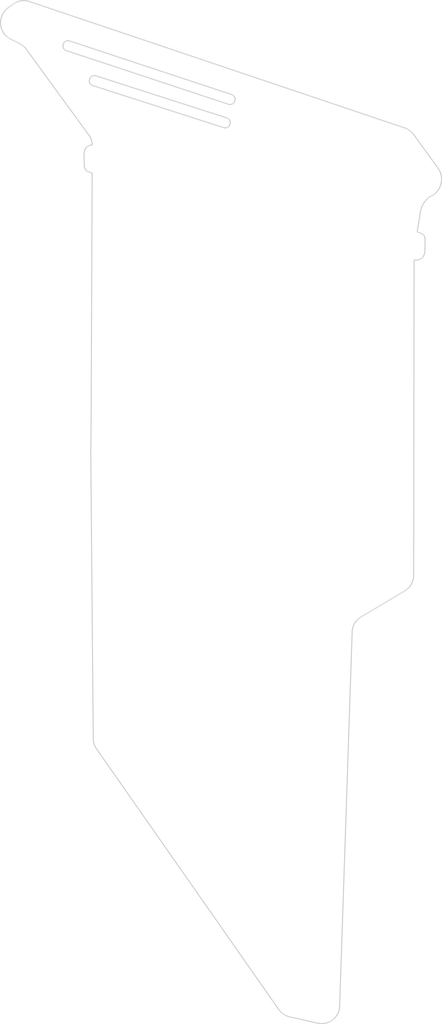
<source format=kicad_pcb>
(kicad_pcb (version 20221018) (generator pcbnew)
  (layers (0 "F.Cu" signal) (31 "B.Cu" signal) (34 "B.Paste" user) (35 "F.Paste" user) (36 "B.SilkS" user "B.Silkscreen") (37 "F.SilkS" user "F.Silkscreen") (38 "B.Mask" user) (39 "F.Mask" user) (44 "Edge.Cuts" user))
  (net 0 "")
  (footprint "LOGO" (layer "F.Cu") (at 150.79855 96.42065)
    (fp_text reference "G***" hide)
    (fp_text value "LOGO" hide)
  )
  (footprint "LOGO" (layer "F.Cu") (at 150.79855 96.42065)
    (fp_text reference "G***" hide)
    (fp_text value "LOGO" hide)
  )
  (footprint "LOGO" (layer "F.Cu") (at 150.79855 96.42065)
    (fp_text reference "G***" hide)
    (fp_text value "LOGO" hide)
  )
  (footprint "LOGO" (layer "F.Cu") (at 150.79855 96.42065)
    (fp_text reference "G***" hide)
    (fp_text value "LOGO" hide)
  )
  (footprint "LOGO" (layer "F.Cu") (at 150.79855 96.42065)
    (fp_text reference "G***" hide)
    (fp_text value "LOGO" hide)
  )
  (footprint "LOGO" (layer "F.Cu") (at 150.79855 96.42065)
    (fp_text reference "G***" hide)
    (fp_text value "LOGO" hide)
  )
  (footprint "LOGO" (layer "F.Cu") (at 150.79855 96.42065)
    (fp_text reference "G***" hide)
    (fp_text value "LOGO" hide)
  )
  (gr_line (start 150.90395 59.34405) (end 150.90225 59.43225) (stroke (width 0.1)) (layer "Edge.Cuts"))
  (gr_line (start 137.57875 62.64915) (end 137.69785 62.83885) (stroke (width 0.1)) (layer "Edge.Cuts"))
  (gr_line (start 150.86985 59.55695) (end 150.83315 59.63995) (stroke (width 0.1)) (layer "Edge.Cuts"))
  (gr_line (start 135.55617 54.06069) (end 135.64131 54.04556) (stroke (width 0.1)) (layer "Edge.Cuts"))
  (gr_line (start 131.29547 54.32523) (end 131.46592 54.42437) (stroke (width 0.1)) (layer "Edge.Cuts"))
  (gr_line (start 166.85205 103.76065) (end 166.96725 103.58525) (stroke (width 0.1)) (layer "Edge.Cuts"))
  (gr_line (start 130.8786 50.59234) (end 130.69767 50.7098) (stroke (width 0.1)) (layer "Edge.Cuts"))
  (gr_line (start 161.57645 107.91655) (end 161.59635 107.70925) (stroke (width 0.1)) (layer "Edge.Cuts"))
  (gr_line (start 150.20595 61.94515) (end 150.12615 61.97625) (stroke (width 0.1)) (layer "Edge.Cuts"))
  (gr_line (start 135.3104 54.80178) (end 135.26506 54.72901) (stroke (width 0.1)) (layer "Edge.Cuts"))
  (gr_line (start 159.34005 143.52885) (end 159.50265 143.46145) (stroke (width 0.1)) (layer "Edge.Cuts"))
  (gr_line (start 161.59635 107.70925) (end 161.64165 107.50855) (stroke (width 0.1)) (layer "Edge.Cuts"))
  (gr_line (start 155.58195 142.90595) (end 155.86905 142.99935) (stroke (width 0.1)) (layer "Edge.Cuts"))
  (gr_line (start 149.86495 61.97105) (end 149.86495 61.97105) (stroke (width 0.1)) (layer "Edge.Cuts"))
  (gr_line (start 160.05255 143.03515) (end 160.15845 142.89445) (stroke (width 0.1)) (layer "Edge.Cuts"))
  (gr_line (start 169.58315 67.36015) (end 169.64935 67.17965) (stroke (width 0.1)) (layer "Edge.Cuts"))
  (gr_line (start 167.78675 69.66165) (end 167.82295 69.48765) (stroke (width 0.1)) (layer "Edge.Cuts"))
  (gr_line (start 150.88285 59.52105) (end 150.86985 59.55695) (stroke (width 0.1)) (layer "Edge.Cuts"))
  (gr_line (start 150.64595 59.81675) (end 150.56575 59.84765) (stroke (width 0.1)) (layer "Edge.Cuts"))
  (gr_line (start 167.87955 73.90495) (end 167.94475 73.85315) (stroke (width 0.1)) (layer "Edge.Cuts"))
  (gr_line (start 167.50465 74.03505) (end 167.68885 73.99575) (stroke (width 0.1)) (layer "Edge.Cuts"))
  (gr_line (start 135.52335 54.95248) (end 135.44061 54.91581) (stroke (width 0.1)) (layer "Edge.Cuts"))
  (gr_line (start 138.04025 57.22475) (end 138.12825 57.22635) (stroke (width 0.1)) (layer "Edge.Cuts"))
  (gr_line (start 167.18105 102.77245) (end 167.21895 74.02755) (stroke (width 0.1)) (layer "Edge.Cuts"))
  (gr_line (start 135.40358 54.13699) (end 135.47616 54.09152) (stroke (width 0.1)) (layer "Edge.Cuts"))
  (gr_line (start 167.99765 71.67415) (end 167.87945 71.61165) (stroke (width 0.1)) (layer "Edge.Cuts"))
  (gr_line (start 150.30525 59.84085) (end 150.30525 59.84085) (stroke (width 0.1)) (layer "Edge.Cuts"))
  (gr_line (start 159.80025 143.27765) (end 159.93275 143.16325) (stroke (width 0.1)) (layer "Edge.Cuts"))
  (gr_line (start 168.22235 68.68155) (end 168.37205 68.50675) (stroke (width 0.1)) (layer "Edge.Cuts"))
  (gr_line (start 162.37845 106.56145) (end 166.38055 104.18335) (stroke (width 0.1)) (layer "Edge.Cuts"))
  (gr_line (start 166.63335 62.11105) (end 166.41055 62.01085) (stroke (width 0.1)) (layer "Edge.Cuts"))
  (gr_line (start 135.34072 54.19602) (end 135.40358 54.13699) (stroke (width 0.1)) (layer "Edge.Cuts"))
  (gr_line (start 150.71885 59.77105) (end 150.64595 59.81675) (stroke (width 0.1)) (layer "Edge.Cuts"))
  (gr_line (start 167.34275 74.03995) (end 167.50465 74.03505) (stroke (width 0.1)) (layer "Edge.Cuts"))
  (gr_line (start 131.63345 50.38875) (end 131.44161 50.40125) (stroke (width 0.1)) (layer "Edge.Cuts"))
  (gr_line (start 135.22085 54.47517) (end 135.24026 54.38637) (stroke (width 0.1)) (layer "Edge.Cuts"))
  (gr_line (start 137.61985 57.65435) (end 137.63925 57.56555) (stroke (width 0.1)) (layer "Edge.Cuts"))
  (gr_line (start 167.68885 73.99575) (end 167.87955 73.90495) (stroke (width 0.1)) (layer "Edge.Cuts"))
  (gr_line (start 150.30525 59.84085) (end 150.30525 59.84085) (stroke (width 0.1)) (layer "Edge.Cuts"))
  (gr_line (start 137.53755 63.63135) (end 137.41675 63.70435) (stroke (width 0.1)) (layer "Edge.Cuts"))
  (gr_line (start 150.41775 61.30875) (end 150.44855 61.38895) (stroke (width 0.1)) (layer "Edge.Cuts"))
  (gr_line (start 131.46592 54.42437) (end 131.62245 54.54194) (stroke (width 0.1)) (layer "Edge.Cuts"))
  (gr_line (start 166.71495 103.92035) (end 166.85205 103.76065) (stroke (width 0.1)) (layer "Edge.Cuts"))
  (gr_line (start 167.02125 62.40465) (end 166.83805 62.24335) (stroke (width 0.1)) (layer "Edge.Cuts"))
  (gr_line (start 135.23431 54.64879) (end 135.21922 54.56341) (stroke (width 0.1)) (layer "Edge.Cuts"))
  (gr_line (start 150.37245 61.23595) (end 150.41775 61.30875) (stroke (width 0.1)) (layer "Edge.Cuts"))
  (gr_line (start 150.12615 61.97625) (end 150.04125 61.99175) (stroke (width 0.1)) (layer "Edge.Cuts"))
  (gr_line (start 167.87945 71.61165) (end 167.75255 71.56245) (stroke (width 0.1)) (layer "Edge.Cuts"))
  (gr_line (start 150.31355 61.17295) (end 150.37245 61.23595) (stroke (width 0.1)) (layer "Edge.Cuts"))
  (gr_line (start 137.29885 63.83175) (end 137.20625 64.00785) (stroke (width 0.1)) (layer "Edge.Cuts"))
  (gr_line (start 169.39445 67.69445) (end 169.49795 67.53245) (stroke (width 0.1)) (layer "Edge.Cuts"))
  (gr_line (start 150.39245 61.76935) (end 150.34125 61.84045) (stroke (width 0.1)) (layer "Edge.Cuts"))
  (gr_line (start 150.24225 61.12195) (end 150.31355 61.17295) (stroke (width 0.1)) (layer "Edge.Cuts"))
  (gr_line (start 129.58105 52.00928) (end 129.54764 52.1712) (stroke (width 0.1)) (layer "Edge.Cuts"))
  (gr_line (start 135.26506 54.72901) (end 135.23431 54.64879) (stroke (width 0.1)) (layer "Edge.Cuts"))
  (gr_line (start 161.80365 107.13555) (end 161.91785 106.96735) (stroke (width 0.1)) (layer "Edge.Cuts"))
  (gr_line (start 135.44061 54.91581) (end 135.36927 54.86482) (stroke (width 0.1)) (layer "Edge.Cuts"))
  (gr_line (start 155.86905 142.99935) (end 158.44025 143.58045) (stroke (width 0.1)) (layer "Edge.Cuts"))
  (gr_line (start 150.59975 58.95495) (end 150.68255 58.99165) (stroke (width 0.1)) (layer "Edge.Cuts"))
  (gr_line (start 129.5297 52.49345) (end 129.54419 52.65176) (stroke (width 0.1)) (layer "Edge.Cuts"))
  (gr_line (start 150.46365 61.47435) (end 150.46205 61.56255) (stroke (width 0.1)) (layer "Edge.Cuts"))
  (gr_line (start 150.46205 61.56255) (end 150.44265 61.65135) (stroke (width 0.1)) (layer "Edge.Cuts"))
  (gr_line (start 161.10075 122.13275) (end 161.57645 107.91655) (stroke (width 0.1)) (layer "Edge.Cuts"))
  (gr_line (start 137.92235 58.13165) (end 137.83955 58.09495) (stroke (width 0.1)) (layer "Edge.Cuts"))
  (gr_line (start 135.21922 54.56341) (end 135.22085 54.47517) (stroke (width 0.1)) (layer "Edge.Cuts"))
  (gr_line (start 131.44161 50.40125) (end 131.25134 50.43883) (stroke (width 0.1)) (layer "Edge.Cuts"))
  (gr_line (start 150.15955 61.08525) (end 150.24225 61.12195) (stroke (width 0.1)) (layer "Edge.Cuts"))
  (gr_line (start 161.71115 107.31655) (end 161.80365 107.13555) (stroke (width 0.1)) (layer "Edge.Cuts"))
  (gr_line (start 137.68885 57.44675) (end 137.73965 57.37525) (stroke (width 0.1)) (layer "Edge.Cuts"))
  (gr_line (start 155.31925 142.76215) (end 155.58195 142.90595) (stroke (width 0.1)) (layer "Edge.Cuts"))
  (gr_line (start 150.48065 59.86275) (end 150.39305 59.86085) (stroke (width 0.1)) (layer "Edge.Cuts"))
  (gr_line (start 160.37985 142.40615) (end 160.41725 142.22475) (stroke (width 0.1)) (layer "Edge.Cuts"))
  (gr_line (start 167.17975 62.59145) (end 167.02125 62.40465) (stroke (width 0.1)) (layer "Edge.Cuts"))
  (gr_line (start 169.71195 66.41755) (end 169.67375 66.22735) (stroke (width 0.1)) (layer "Edge.Cuts"))
  (gr_line (start 150.34125 61.84045) (end 150.27835 61.89945) (stroke (width 0.1)) (layer "Edge.Cuts"))
  (gr_line (start 168.20415 73.23325) (end 168.22505 72.27745) (stroke (width 0.1)) (layer "Edge.Cuts"))
  (gr_line (start 137.66405 57.90815) (end 137.63325 57.82795) (stroke (width 0.1)) (layer "Edge.Cuts"))
  (gr_line (start 135.24026 54.38637) (end 135.25329 54.35052) (stroke (width 0.1)) (layer "Edge.Cuts"))
  (gr_line (start 158.81235 143.62085) (end 158.99355 143.60955) (stroke (width 0.1)) (layer "Edge.Cuts"))
  (gr_line (start 168.62495 68.27845) (end 168.81035 68.19875) (stroke (width 0.1)) (layer "Edge.Cuts"))
  (gr_line (start 137.16395 65.35125) (end 137.17925 65.56645) (stroke (width 0.1)) (layer "Edge.Cuts"))
  (gr_line (start 169.72795 66.60995) (end 169.71195 66.41755) (stroke (width 0.1)) (layer "Edge.Cuts"))
  (gr_line (start 169.27335 67.84425) (end 169.39445 67.69445) (stroke (width 0.1)) (layer "Edge.Cuts"))
  (gr_line (start 150.83315 59.63995) (end 150.78205 59.71175) (stroke (width 0.1)) (layer "Edge.Cuts"))
  (gr_line (start 137.99985 117.90485) (end 138.05705 118.14485) (stroke (width 0.1)) (layer "Edge.Cuts"))
  (gr_line (start 137.14775 64.20475) (end 137.13205 64.39485) (stroke (width 0.1)) (layer "Edge.Cuts"))
  (gr_line (start 150.85805 59.17845) (end 150.88885 59.25865) (stroke (width 0.1)) (layer "Edge.Cuts"))
  (gr_line (start 137.75255 91.60585) (end 137.97945 117.65835) (stroke (width 0.1)) (layer "Edge.Cuts"))
  (gr_line (start 160.41725 142.22475) (end 160.43425 142.03575) (stroke (width 0.1)) (layer "Edge.Cuts"))
  (gr_line (start 150.44265 61.65135) (end 150.42955 61.68715) (stroke (width 0.1)) (layer "Edge.Cuts"))
  (gr_line (start 137.17925 65.56645) (end 137.22825 65.72755) (stroke (width 0.1)) (layer "Edge.Cuts"))
  (gr_line (start 169.49795 67.53245) (end 169.58315 67.36015) (stroke (width 0.1)) (layer "Edge.Cuts"))
  (gr_line (start 132.21076 50.49408) (end 132.01879 50.43594) (stroke (width 0.1)) (layer "Edge.Cuts"))
  (gr_line (start 129.92889 53.49884) (end 130.03809 53.61349) (stroke (width 0.1)) (layer "Edge.Cuts"))
  (gr_line (start 167.76505 69.84675) (end 167.78675 69.66165) (stroke (width 0.1)) (layer "Edge.Cuts"))
  (gr_line (start 137.76825 58.04395) (end 137.70935 57.98095) (stroke (width 0.1)) (layer "Edge.Cuts"))
  (gr_line (start 137.13205 64.39485) (end 137.16395 65.35125) (stroke (width 0.1)) (layer "Edge.Cuts"))
  (gr_line (start 129.53069 52.33293) (end 129.5297 52.49345) (stroke (width 0.1)) (layer "Edge.Cuts"))
  (gr_line (start 131.06342 50.50227) (end 130.8786 50.59234) (stroke (width 0.1)) (layer "Edge.Cuts"))
  (gr_line (start 169.64935 67.17965) (end 169.69605 66.99305) (stroke (width 0.1)) (layer "Edge.Cuts"))
  (gr_line (start 150.88885 59.25865) (end 150.90395 59.34405) (stroke (width 0.1)) (layer "Edge.Cuts"))
  (gr_line (start 137.20625 64.00785) (end 137.14775 64.20475) (stroke (width 0.1)) (layer "Edge.Cuts"))
  (gr_line (start 129.61765 52.95773) (end 129.74719 53.24278) (stroke (width 0.1)) (layer "Edge.Cuts"))
  (gr_line (start 158.99355 143.60955) (end 159.16985 143.57855) (stroke (width 0.1)) (layer "Edge.Cuts"))
  (gr_line (start 138.27765 118.58515) (end 154.89025 142.34105) (stroke (width 0.1)) (layer "Edge.Cuts"))
  (gr_line (start 138.05705 118.14485) (end 138.15005 118.37325) (stroke (width 0.1)) (layer "Edge.Cuts"))
  (gr_line (start 150.44855 61.38895) (end 150.46365 61.47435) (stroke (width 0.1)) (layer "Edge.Cuts"))
  (gr_line (start 150.39305 59.86085) (end 150.30525 59.84085) (stroke (width 0.1)) (layer "Edge.Cuts"))
  (gr_line (start 131.76348 54.67748) (end 131.88743 54.83048) (stroke (width 0.1)) (layer "Edge.Cuts"))
  (gr_line (start 158.62745 143.61145) (end 158.81235 143.62085) (stroke (width 0.1)) (layer "Edge.Cuts"))
  (gr_line (start 137.73965 57.37525) (end 137.80255 57.31615) (stroke (width 0.1)) (layer "Edge.Cuts"))
  (gr_line (start 130.25942 51.02325) (end 130.25942 51.02325) (stroke (width 0.1)) (layer "Edge.Cuts"))
  (gr_line (start 129.79341 51.5135) (end 129.69916 51.68887) (stroke (width 0.1)) (layer "Edge.Cuts"))
  (gr_line (start 150.56575 59.84765) (end 150.48065 59.86275) (stroke (width 0.1)) (layer "Edge.Cuts"))
  (gr_line (start 130.69767 50.7098) (end 130.25942 51.02325) (stroke (width 0.1)) (layer "Edge.Cuts"))
  (gr_line (start 167.75255 71.56245) (end 167.62505 71.51545) (stroke (width 0.1)) (layer "Edge.Cuts"))
  (gr_line (start 132.01879 50.43594) (end 131.8261 50.40057) (stroke (width 0.1)) (layer "Edge.Cuts"))
  (gr_line (start 138.21685 57.24585) (end 150.15955 61.08525) (stroke (width 0.1)) (layer "Edge.Cuts"))
  (gr_line (start 135.47616 54.09152) (end 135.55617 54.06069) (stroke (width 0.1)) (layer "Edge.Cuts"))
  (gr_line (start 168.22105 72.05155) (end 168.17645 71.88305) (stroke (width 0.1)) (layer "Edge.Cuts"))
  (gr_line (start 169.72245 66.80245) (end 169.72795 66.60995) (stroke (width 0.1)) (layer "Edge.Cuts"))
  (gr_line (start 133.66514 57.28535) (end 137.57875 62.64915) (stroke (width 0.1)) (layer "Edge.Cuts"))
  (gr_line (start 131.25134 50.43883) (end 131.06342 50.50227) (stroke (width 0.1)) (layer "Edge.Cuts"))
  (gr_line (start 149.86495 61.97105) (end 137.92235 58.13165) (stroke (width 0.1)) (layer "Edge.Cuts"))
  (gr_line (start 137.80255 57.31615) (end 137.87515 57.27075) (stroke (width 0.1)) (layer "Edge.Cuts"))
  (gr_line (start 149.86495 61.97105) (end 149.86495 61.97105) (stroke (width 0.1)) (layer "Edge.Cuts"))
  (gr_line (start 130.03809 53.61349) (end 130.15887 53.71788) (stroke (width 0.1)) (layer "Edge.Cuts"))
  (gr_line (start 166.41055 62.01085) (end 132.21076 50.49408) (stroke (width 0.1)) (layer "Edge.Cuts"))
  (gr_line (start 161.91785 106.96735) (end 162.05255 106.81425) (stroke (width 0.1)) (layer "Edge.Cuts"))
  (gr_line (start 167.94475 73.85315) (end 168.00545 73.78535) (stroke (width 0.1)) (layer "Edge.Cuts"))
  (gr_line (start 137.78355 88.92795) (end 137.75255 91.60585) (stroke (width 0.1)) (layer "Edge.Cuts"))
  (gr_line (start 168.22505 72.27745) (end 168.22105 72.05155) (stroke (width 0.1)) (layer "Edge.Cuts"))
  (gr_line (start 168.00545 73.78535) (end 168.10835 73.61535) (stroke (width 0.1)) (layer "Edge.Cuts"))
  (gr_line (start 129.90652 51.35051) (end 129.79341 51.5135) (stroke (width 0.1)) (layer "Edge.Cuts"))
  (gr_line (start 150.81275 59.10565) (end 150.85805 59.17845) (stroke (width 0.1)) (layer "Edge.Cuts"))
  (gr_line (start 158.44025 143.58045) (end 158.62745 143.61145) (stroke (width 0.1)) (layer "Edge.Cuts"))
  (gr_line (start 137.63325 57.82795) (end 137.61815 57.74255) (stroke (width 0.1)) (layer "Edge.Cuts"))
  (gr_line (start 137.41675 63.70435) (end 137.29885 63.83175) (stroke (width 0.1)) (layer "Edge.Cuts"))
  (gr_line (start 129.54764 52.1712) (end 129.53069 52.33293) (stroke (width 0.1)) (layer "Edge.Cuts"))
  (gr_line (start 131.8261 50.40057) (end 131.63345 50.38875) (stroke (width 0.1)) (layer "Edge.Cuts"))
  (gr_line (start 166.38055 104.18335) (end 166.55735 104.06195) (stroke (width 0.1)) (layer "Edge.Cuts"))
  (gr_line (start 159.16985 143.57855) (end 159.34005 143.52885) (stroke (width 0.1)) (layer "Edge.Cuts"))
  (gr_line (start 160.15845 142.89445) (end 160.24915 142.74195) (stroke (width 0.1)) (layer "Edge.Cuts"))
  (gr_line (start 169.67375 66.22735) (end 169.61285 66.04135) (stroke (width 0.1)) (layer "Edge.Cuts"))
  (gr_line (start 137.40225 65.92675) (end 137.51465 65.98455) (stroke (width 0.1)) (layer "Edge.Cuts"))
  (gr_line (start 166.55735 104.06195) (end 166.71495 103.92035) (stroke (width 0.1)) (layer "Edge.Cuts"))
  (gr_line (start 160.43425 142.03575) (end 161.10075 122.13275) (stroke (width 0.1)) (layer "Edge.Cuts"))
  (gr_line (start 159.65645 143.37745) (end 159.80025 143.27765) (stroke (width 0.1)) (layer "Edge.Cuts"))
  (gr_line (start 150.30525 59.84085) (end 135.52335 54.95248) (stroke (width 0.1)) (layer "Edge.Cuts"))
  (gr_line (start 137.69785 62.83885) (end 137.75735 62.96385) (stroke (width 0.1)) (layer "Edge.Cuts"))
  (gr_line (start 137.87515 57.27075) (end 137.95515 57.23985) (stroke (width 0.1)) (layer "Edge.Cuts"))
  (gr_line (start 167.16745 102.98775) (end 167.18105 102.77245) (stroke (width 0.1)) (layer "Edge.Cuts"))
  (gr_line (start 137.30465 65.84445) (end 137.40225 65.92675) (stroke (width 0.1)) (layer "Edge.Cuts"))
  (gr_line (start 168.17645 71.88305) (end 168.09935 71.76095) (stroke (width 0.1)) (layer "Edge.Cuts"))
  (gr_line (start 160.24915 142.74195) (end 160.32335 142.57895) (stroke (width 0.1)) (layer "Edge.Cuts"))
  (gr_line (start 154.89025 142.34105) (end 155.08685 142.57235) (stroke (width 0.1)) (layer "Edge.Cuts"))
  (gr_line (start 167.82295 69.48765) (end 167.93015 69.17305) (stroke (width 0.1)) (layer "Edge.Cuts"))
  (gr_line (start 135.72931 54.04719) (end 135.81785 54.06666) (stroke (width 0.1)) (layer "Edge.Cuts"))
  (gr_line (start 166.83805 62.24335) (end 166.63335 62.11105) (stroke (width 0.1)) (layer "Edge.Cuts"))
  (gr_line (start 137.63925 57.56555) (end 137.65225 57.52975) (stroke (width 0.1)) (layer "Edge.Cuts"))
  (gr_line (start 129.74719 53.24278) (end 129.83176 53.37493) (stroke (width 0.1)) (layer "Edge.Cuts"))
  (gr_line (start 138.15005 118.37325) (end 138.27765 118.58515) (stroke (width 0.1)) (layer "Edge.Cuts"))
  (gr_line (start 167.05915 103.39645) (end 167.12625 103.19645) (stroke (width 0.1)) (layer "Edge.Cuts"))
  (gr_line (start 149.95345 61.99045) (end 149.86495 61.97105) (stroke (width 0.1)) (layer "Edge.Cuts"))
  (gr_line (start 160.32335 142.57895) (end 160.37985 142.40615) (stroke (width 0.1)) (layer "Edge.Cuts"))
  (gr_line (start 167.93015 69.17305) (end 168.06915 68.90405) (stroke (width 0.1)) (layer "Edge.Cuts"))
  (gr_line (start 159.50265 143.46145) (end 159.65645 143.37745) (stroke (width 0.1)) (layer "Edge.Cuts"))
  (gr_line (start 137.97945 117.65835) (end 137.99985 117.90485) (stroke (width 0.1)) (layer "Edge.Cuts"))
  (gr_line (start 131.62245 54.54194) (end 131.76348 54.67748) (stroke (width 0.1)) (layer "Edge.Cuts"))
  (gr_line (start 135.64131 54.04556) (end 135.72931 54.04719) (stroke (width 0.1)) (layer "Edge.Cuts"))
  (gr_line (start 137.70935 57.98095) (end 137.66405 57.90815) (stroke (width 0.1)) (layer "Edge.Cuts"))
  (gr_line (start 137.65865 63.58395) (end 137.53755 63.63135) (stroke (width 0.1)) (layer "Edge.Cuts"))
  (gr_line (start 137.51465 65.98455) (end 137.63575 66.02735) (stroke (width 0.1)) (layer "Edge.Cuts"))
  (gr_line (start 150.68255 58.99165) (end 150.75385 59.04265) (stroke (width 0.1)) (layer "Edge.Cuts"))
  (gr_line (start 135.28986 54.26755) (end 135.34072 54.19602) (stroke (width 0.1)) (layer "Edge.Cuts"))
  (gr_line (start 129.69916 51.68887) (end 129.63139 51.84816) (stroke (width 0.1)) (layer "Edge.Cuts"))
  (gr_line (start 162.20645 106.67825) (end 162.37845 106.56145) (stroke (width 0.1)) (layer "Edge.Cuts"))
  (gr_line (start 169.52835 65.86175) (end 169.41985 65.69055) (stroke (width 0.1)) (layer "Edge.Cuts"))
  (gr_line (start 137.61815 57.74255) (end 137.61985 57.65435) (stroke (width 0.1)) (layer "Edge.Cuts"))
  (gr_line (start 167.12625 103.19645) (end 167.16745 102.98775) (stroke (width 0.1)) (layer "Edge.Cuts"))
  (gr_line (start 168.06915 68.90405) (end 168.22235 68.68155) (stroke (width 0.1)) (layer "Edge.Cuts"))
  (gr_line (start 135.81785 54.06666) (end 150.59975 58.95495) (stroke (width 0.1)) (layer "Edge.Cuts"))
  (gr_line (start 150.04125 61.99175) (end 149.95345 61.99045) (stroke (width 0.1)) (layer "Edge.Cuts"))
  (gr_line (start 137.75735 62.96385) (end 137.81025 63.10885) (stroke (width 0.1)) (layer "Edge.Cuts"))
  (gr_line (start 168.50085 68.38055) (end 168.62495 68.27845) (stroke (width 0.1)) (layer "Edge.Cuts"))
  (gr_line (start 129.63139 51.84816) (end 129.58105 52.00928) (stroke (width 0.1)) (layer "Edge.Cuts"))
  (gr_line (start 166.96725 103.58525) (end 167.05915 103.39645) (stroke (width 0.1)) (layer "Edge.Cuts"))
  (gr_line (start 168.17805 73.42215) (end 168.20415 73.23325) (stroke (width 0.1)) (layer "Edge.Cuts"))
  (gr_line (start 130.05602 51.19029) (end 129.90652 51.35051) (stroke (width 0.1)) (layer "Edge.Cuts"))
  (gr_line (start 137.87845 66.10755) (end 137.78355 88.92795) (stroke (width 0.1)) (layer "Edge.Cuts"))
  (gr_line (start 150.75385 59.04265) (end 150.81275 59.10565) (stroke (width 0.1)) (layer "Edge.Cuts"))
  (gr_line (start 130.43324 53.89183) (end 131.29547 54.32523) (stroke (width 0.1)) (layer "Edge.Cuts"))
  (gr_line (start 137.22825 65.72755) (end 137.30465 65.84445) (stroke (width 0.1)) (layer "Edge.Cuts"))
  (gr_line (start 155.08685 142.57235) (end 155.31925 142.76215) (stroke (width 0.1)) (layer "Edge.Cuts"))
  (gr_line (start 150.78205 59.71175) (end 150.71885 59.77105) (stroke (width 0.1)) (layer "Edge.Cuts"))
  (gr_line (start 130.25942 51.02325) (end 130.05602 51.19029) (stroke (width 0.1)) (layer "Edge.Cuts"))
  (gr_line (start 137.95515 57.23985) (end 138.04025 57.22475) (stroke (width 0.1)) (layer "Edge.Cuts"))
  (gr_line (start 137.65225 57.52975) (end 137.68885 57.44675) (stroke (width 0.1)) (layer "Edge.Cuts"))
  (gr_line (start 135.36927 54.86482) (end 135.3104 54.80178) (stroke (width 0.1)) (layer "Edge.Cuts"))
  (gr_line (start 162.05255 106.81425) (end 162.20645 106.67825) (stroke (width 0.1)) (layer "Edge.Cuts"))
  (gr_line (start 169.13515 67.97955) (end 169.27335 67.84425) (stroke (width 0.1)) (layer "Edge.Cuts"))
  (gr_line (start 130.15887 53.71788) (end 130.29075 53.811) (stroke (width 0.1)) (layer "Edge.Cuts"))
  (gr_line (start 169.69605 66.99305) (end 169.72245 66.80245) (stroke (width 0.1)) (layer "Edge.Cuts"))
  (gr_line (start 131.88743 54.83048) (end 133.66514 57.28535) (stroke (width 0.1)) (layer "Edge.Cuts"))
  (gr_line (start 137.88435 63.54435) (end 137.77565 63.55675) (stroke (width 0.1)) (layer "Edge.Cuts"))
  (gr_line (start 168.09935 71.76095) (end 167.99765 71.67415) (stroke (width 0.1)) (layer "Edge.Cuts"))
  (gr_line (start 169.61285 66.04135) (end 169.52835 65.86175) (stroke (width 0.1)) (layer "Edge.Cuts"))
  (gr_line (start 168.10835 73.61535) (end 168.17805 73.42215) (stroke (width 0.1)) (layer "Edge.Cuts"))
  (gr_line (start 137.74325 94.15855) (end 137.74325 94.15855) (stroke (width 0.1)) (layer "Edge.Cuts"))
  (gr_line (start 137.77565 63.55675) (end 137.65865 63.58395) (stroke (width 0.1)) (layer "Edge.Cuts"))
  (gr_line (start 159.93275 143.16325) (end 160.05255 143.03515) (stroke (width 0.1)) (layer "Edge.Cuts"))
  (gr_line (start 167.21895 74.02755) (end 167.34275 74.03995) (stroke (width 0.1)) (layer "Edge.Cuts"))
  (gr_line (start 137.81025 63.10885) (end 137.86185 63.32415) (stroke (width 0.1)) (layer "Edge.Cuts"))
  (gr_line (start 137.86185 63.32415) (end 137.88435 63.54435) (stroke (width 0.1)) (layer "Edge.Cuts"))
  (gr_line (start 129.83176 53.37493) (end 129.92889 53.49884) (stroke (width 0.1)) (layer "Edge.Cuts"))
  (gr_line (start 150.42955 61.68715) (end 150.39245 61.76935) (stroke (width 0.1)) (layer "Edge.Cuts"))
  (gr_line (start 129.54419 52.65176) (end 129.57367 52.80686) (stroke (width 0.1)) (layer "Edge.Cuts"))
  (gr_line (start 137.83955 58.09495) (end 137.76825 58.04395) (stroke (width 0.1)) (layer "Edge.Cuts"))
  (gr_line (start 168.37205 68.50675) (end 168.50085 68.38055) (stroke (width 0.1)) (layer "Edge.Cuts"))
  (gr_line (start 137.63575 66.02735) (end 137.87845 66.10755) (stroke (width 0.1)) (layer "Edge.Cuts"))
  (gr_line (start 169.41985 65.69055) (end 167.17975 62.59145) (stroke (width 0.1)) (layer "Edge.Cuts"))
  (gr_line (start 167.50485 71.45965) (end 167.76505 69.84675) (stroke (width 0.1)) (layer "Edge.Cuts"))
  (gr_line (start 138.12825 57.22635) (end 138.21685 57.24585) (stroke (width 0.1)) (layer "Edge.Cuts"))
  (gr_line (start 161.64165 107.50855) (end 161.71115 107.31655) (stroke (width 0.1)) (layer "Edge.Cuts"))
  (gr_line (start 167.62505 71.51545) (end 167.50485 71.45965) (stroke (width 0.1)) (layer "Edge.Cuts"))
  (gr_line (start 135.25329 54.35052) (end 135.28986 54.26755) (stroke (width 0.1)) (layer "Edge.Cuts"))
  (gr_line (start 150.90225 59.43225) (end 150.88285 59.52105) (stroke (width 0.1)) (layer "Edge.Cuts"))
  (gr_line (start 168.98065 68.09845) (end 169.13515 67.97955) (stroke (width 0.1)) (layer "Edge.Cuts"))
  (gr_line (start 168.81035 68.19875) (end 168.98065 68.09845) (stroke (width 0.1)) (layer "Edge.Cuts"))
  (gr_line (start 150.27835 61.89945) (end 150.20595 61.94515) (stroke (width 0.1)) (layer "Edge.Cuts"))
  (gr_line (start 130.29075 53.811) (end 130.43324 53.89183) (stroke (width 0.1)) (layer "Edge.Cuts"))
  (gr_line (start 129.57367 52.80686) (end 129.61765 52.95773) (stroke (width 0.1)) (layer "Edge.Cuts"))
)
</source>
